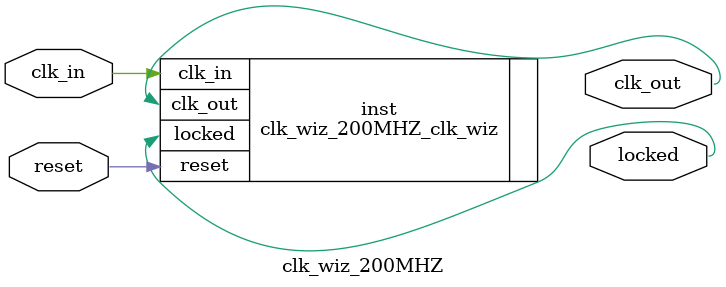
<source format=v>


`timescale 1ps/1ps

(* CORE_GENERATION_INFO = "clk_wiz_200MHZ,clk_wiz_v6_0_6_0_0,{component_name=clk_wiz_200MHZ,use_phase_alignment=true,use_min_o_jitter=false,use_max_i_jitter=false,use_dyn_phase_shift=false,use_inclk_switchover=false,use_dyn_reconfig=false,enable_axi=0,feedback_source=FDBK_AUTO,PRIMITIVE=MMCM,num_out_clk=1,clkin1_period=10.000,clkin2_period=10.000,use_power_down=false,use_reset=true,use_locked=true,use_inclk_stopped=false,feedback_type=SINGLE,CLOCK_MGR_TYPE=NA,manual_override=false}" *)

module clk_wiz_200MHZ 
 (
  // Clock out ports
  output        clk_out,
  // Status and control signals
  input         reset,
  output        locked,
 // Clock in ports
  input         clk_in
 );

  clk_wiz_200MHZ_clk_wiz inst
  (
  // Clock out ports  
  .clk_out(clk_out),
  // Status and control signals               
  .reset(reset), 
  .locked(locked),
 // Clock in ports
  .clk_in(clk_in)
  );

endmodule

</source>
